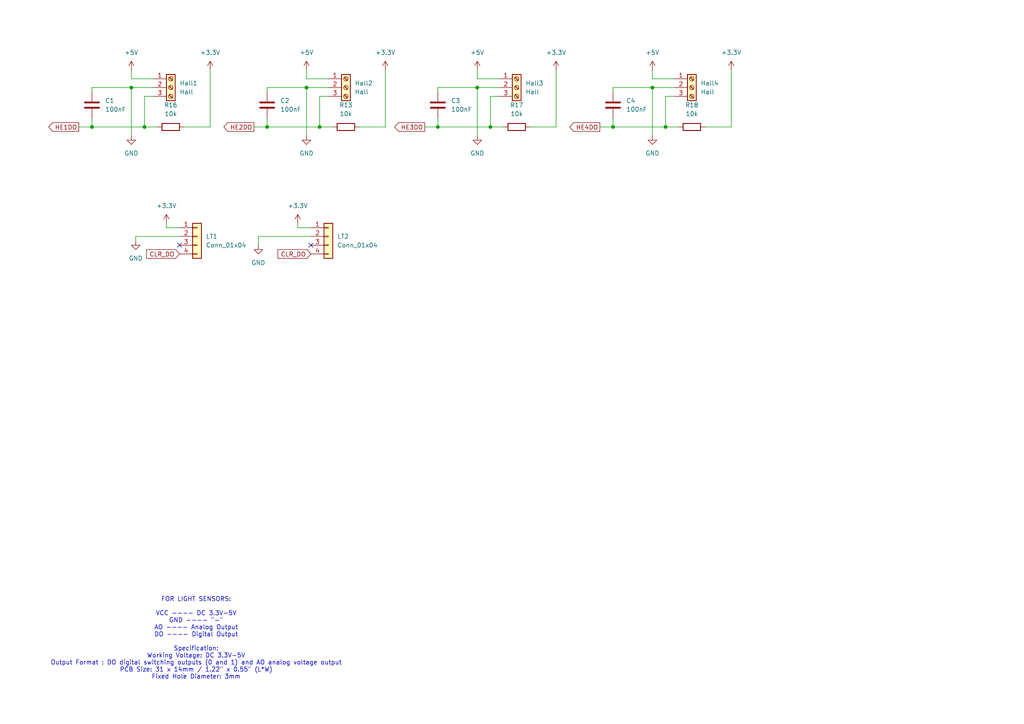
<source format=kicad_sch>
(kicad_sch (version 20231120) (generator "eeschema") (generator_version "8.0")
  (paper "A4")
  (lib_symbols
    (symbol "Conn_01x04_2" (pin_names (offset 1.016) hide)
      (property "Reference" "LGHT1" (at 2.54 0.0001 0))
      (property "Value" "Conn_01x04" (at 2.54 -2.5399 0))
      (symbol "Conn_01x04_2_1_1"
        (rectangle (start -1.27 -4.953) (end 0 -5.207) (stroke (width 0.1524)))
        (rectangle (start -1.27 -2.413) (end 0 -2.667) (stroke (width 0.1524)))
        (rectangle (start -1.27 0.127) (end 0 -0.127) (stroke (width 0.1524)))
        (rectangle (start -1.27 2.667) (end 0 2.413) (stroke (width 0.1524)))
        (rectangle (start -1.27 3.81) (end 1.27 -6.35) (stroke (width 0.254)) (fill (type background)))
        (pin input line (at -5.08 2.54 0) (length 3.81) (name "VCC") (number "1"))
        (pin input line (at -5.08 0 0) (length 3.81) (name "GND") (number "2"))
        (pin passive line (at -5.08 -2.54 0) (length 3.81) (name "AO") (number "3"))
        (pin passive line (at -5.08 -5.08 0) (length 3.81) (name "DO") (number "4"))
      )
    )
    (symbol "Connector:Screw_Terminal_01x03" (pin_names (offset 1.016) hide)
      (property "Reference" "J" (at 0 5.08 0))
      (property "Value" "Screw_Terminal_01x03" (at 0 -5.08 0))
      (symbol "Screw_Terminal_01x03_1_1"
        (rectangle (start -1.27 3.81) (end 1.27 -3.81) (stroke (width 0.254)) (fill (type background)))
        (circle (center 0 -2.54) (radius 0.635) (stroke (width 0.1524)))
        (polyline (pts (xy -0.5334 -2.2098) (xy 0.3302 -3.048)) (stroke (width 0.1524)))
        (polyline (pts (xy -0.5334 0.3302) (xy 0.3302 -0.508)) (stroke (width 0.1524)))
        (polyline (pts (xy -0.5334 2.8702) (xy 0.3302 2.032)) (stroke (width 0.1524)))
        (polyline (pts (xy -0.3556 -2.032) (xy 0.508 -2.8702)) (stroke (width 0.1524)))
        (polyline (pts (xy -0.3556 0.508) (xy 0.508 -0.3302)) (stroke (width 0.1524)))
        (polyline (pts (xy -0.3556 3.048) (xy 0.508 2.2098)) (stroke (width 0.1524)))
        (circle (center 0 0) (radius 0.635) (stroke (width 0.1524)))
        (circle (center 0 2.54) (radius 0.635) (stroke (width 0.1524)))
        (pin passive line (at -5.08 2.54 0) (length 3.81) (name "Pin_1") (number "1"))
        (pin passive line (at -5.08 0 0) (length 3.81) (name "Pin_2") (number "2"))
        (pin passive line (at -5.08 -2.54 0) (length 3.81) (name "Pin_3") (number "3"))
      )
    )
    (symbol "Device:C" (pin_numbers hide) (pin_names (offset 0.254))
      (property "Reference" "C" (at 0.635 2.54 0))
      (property "Value" "C" (at 0.635 -2.54 0))
      (symbol "C_0_1"
        (polyline (pts (xy -2.032 -0.762) (xy 2.032 -0.762)) (stroke (width 0.508)))
        (polyline (pts (xy -2.032 0.762) (xy 2.032 0.762)) (stroke (width 0.508)))
      )
      (symbol "C_1_1"
        (pin passive line (at 0 3.81 270) (length 2.794) (name "~") (number "1"))
        (pin passive line (at 0 -3.81 90) (length 2.794) (name "~") (number "2"))
      )
    )
    (symbol "Device:R" (pin_numbers hide) (pin_names (offset 0))
      (property "Reference" "R" (at 2.032 0 90))
      (property "Value" "R" (at 0 0 90))
      (symbol "R_0_1"
        (rectangle (start -1.016 -2.54) (end 1.016 2.54) (stroke (width 0.254)))
      )
      (symbol "R_1_1"
        (pin passive line (at 0 3.81 270) (length 1.27) (name "~") (number "1"))
        (pin passive line (at 0 -3.81 90) (length 1.27) (name "~") (number "2"))
      )
    )
    (symbol "power:+3.3V" (power) (pin_numbers hide) (pin_names (offset 0) hide)
      (property "Value" "+3.3V" (at 0 3.556 0))
      (symbol "+3.3V_0_1"
        (polyline (pts (xy -0.762 1.27) (xy 0 2.54)))
        (polyline (pts (xy 0 0) (xy 0 2.54)))
        (polyline (pts (xy 0 2.54) (xy 0.762 1.27)))
      )
      (symbol "+3.3V_1_1"
        (pin power_in line (at 0 0 90) (length 0) (name "~") (number "1"))
      )
    )
    (symbol "power:+5C" (power) (pin_numbers hide) (pin_names (offset 0) hide)
      (property "Value" "+5C" (at 0 3.556 0))
      (symbol "+5C_0_1"
        (polyline (pts (xy -0.762 1.27) (xy 0 2.54)))
        (polyline (pts (xy 0 0) (xy 0 2.54)))
        (polyline (pts (xy 0 2.54) (xy 0.762 1.27)))
      )
      (symbol "+5C_1_1"
        (pin power_in line (at 0 0 90) (length 0) (name "~") (number "1"))
      )
    )
    (symbol "power:GND" (power) (pin_numbers hide) (pin_names (offset 0) hide)
      (property "Value" "GND" (at 0 -3.81 0))
      (symbol "GND_0_1"
        (polyline (pts (xy 0 0) (xy 0 -1.27) (xy 1.27 -1.27) (xy 0 -2.54) (xy -1.27 -1.27) (xy 0 -1.27)))
      )
      (symbol "GND_1_1"
        (pin power_in line (at 0 0 270) (length 0) (name "~") (number "1"))
      )
    )
  )
  (junction (at 77.47 36.83))
  (junction (at 26.67 36.83))
  (junction (at 193.04 36.83))
  (junction (at 38.1 25.4))
  (junction (at 127 36.83))
  (junction (at 92.71 36.83))
  (junction (at 41.91 36.83))
  (junction (at 142.24 36.83))
  (junction (at 189.23 25.4))
  (junction (at 177.8 36.83))
  (junction (at 138.43 25.4))
  (junction (at 88.9 25.4))
  (no_connect (at 90.17 71.12))
  (no_connect (at 52.07 71.12))
  (wire (pts (xy 104.14 36.83) (xy 111.76 36.83)))
  (wire (pts (xy 161.29 36.83) (xy 161.29 20.32)))
  (wire (pts (xy 45.72 36.83) (xy 41.91 36.83)))
  (wire (pts (xy 142.24 27.94) (xy 142.24 36.83)))
  (wire (pts (xy 142.24 36.83) (xy 127 36.83)))
  (wire (pts (xy 111.76 36.83) (xy 111.76 20.32)))
  (wire (pts (xy 86.36 66.04) (xy 90.17 66.04)))
  (wire (pts (xy 96.52 36.83) (xy 92.71 36.83)))
  (wire (pts (xy 193.04 36.83) (xy 177.8 36.83)))
  (wire (pts (xy 195.58 27.94) (xy 193.04 27.94)))
  (wire (pts (xy 60.96 36.83) (xy 60.96 20.32)))
  (wire (pts (xy 86.36 64.77) (xy 86.36 66.04)))
  (wire (pts (xy 26.67 25.4) (xy 26.67 26.67)))
  (wire (pts (xy 44.45 25.4) (xy 38.1 25.4)))
  (wire (pts (xy 38.1 20.32) (xy 38.1 22.86)))
  (wire (pts (xy 77.47 25.4) (xy 77.47 26.67)))
  (wire (pts (xy 48.26 64.77) (xy 48.26 66.04)))
  (wire (pts (xy 146.05 36.83) (xy 142.24 36.83)))
  (wire (pts (xy 177.8 25.4) (xy 177.8 26.67)))
  (wire (pts (xy 52.07 68.58) (xy 39.37 68.58)))
  (wire (pts (xy 196.85 36.83) (xy 193.04 36.83)))
  (wire (pts (xy 92.71 27.94) (xy 92.71 36.83)))
  (wire (pts (xy 41.91 27.94) (xy 41.91 36.83)))
  (wire (pts (xy 138.43 25.4) (xy 127 25.4)))
  (wire (pts (xy 95.25 27.94) (xy 92.71 27.94)))
  (wire (pts (xy 95.25 25.4) (xy 88.9 25.4)))
  (wire (pts (xy 88.9 25.4) (xy 77.47 25.4)))
  (wire (pts (xy 144.78 27.94) (xy 142.24 27.94)))
  (wire (pts (xy 39.37 68.58) (xy 39.37 69.85)))
  (wire (pts (xy 38.1 22.86) (xy 44.45 22.86)))
  (wire (pts (xy 127 25.4) (xy 127 26.67)))
  (wire (pts (xy 44.45 27.94) (xy 41.91 27.94)))
  (wire (pts (xy 138.43 25.4) (xy 138.43 39.37)))
  (wire (pts (xy 38.1 25.4) (xy 26.67 25.4)))
  (wire (pts (xy 212.09 36.83) (xy 212.09 20.32)))
  (wire (pts (xy 138.43 20.32) (xy 138.43 22.86)))
  (wire (pts (xy 22.86 36.83) (xy 26.67 36.83)))
  (wire (pts (xy 138.43 22.86) (xy 144.78 22.86)))
  (wire (pts (xy 193.04 27.94) (xy 193.04 36.83)))
  (wire (pts (xy 195.58 25.4) (xy 189.23 25.4)))
  (wire (pts (xy 41.91 36.83) (xy 26.67 36.83)))
  (wire (pts (xy 189.23 25.4) (xy 177.8 25.4)))
  (wire (pts (xy 189.23 22.86) (xy 195.58 22.86)))
  (wire (pts (xy 92.71 36.83) (xy 77.47 36.83)))
  (wire (pts (xy 173.99 36.83) (xy 177.8 36.83)))
  (wire (pts (xy 26.67 34.29) (xy 26.67 36.83)))
  (wire (pts (xy 127 34.29) (xy 127 36.83)))
  (wire (pts (xy 48.26 66.04) (xy 52.07 66.04)))
  (wire (pts (xy 77.47 34.29) (xy 77.47 36.83)))
  (wire (pts (xy 189.23 25.4) (xy 189.23 39.37)))
  (wire (pts (xy 177.8 34.29) (xy 177.8 36.83)))
  (wire (pts (xy 73.66 36.83) (xy 77.47 36.83)))
  (wire (pts (xy 153.67 36.83) (xy 161.29 36.83)))
  (wire (pts (xy 90.17 68.58) (xy 74.93 68.58)))
  (wire (pts (xy 53.34 36.83) (xy 60.96 36.83)))
  (wire (pts (xy 88.9 22.86) (xy 95.25 22.86)))
  (wire (pts (xy 204.47 36.83) (xy 212.09 36.83)))
  (wire (pts (xy 189.23 20.32) (xy 189.23 22.86)))
  (wire (pts (xy 74.93 68.58) (xy 74.93 71.12)))
  (wire (pts (xy 123.19 36.83) (xy 127 36.83)))
  (wire (pts (xy 88.9 25.4) (xy 88.9 39.37)))
  (wire (pts (xy 88.9 20.32) (xy 88.9 22.86)))
  (wire (pts (xy 38.1 25.4) (xy 38.1 39.37)))
  (wire (pts (xy 144.78 25.4) (xy 138.43 25.4)))
  (text "SENSOR checklist:\nDONE\n\n" (at 24.384 -4.064 0) (effects (font (size 1.27 1.27))))
  (text "FOR LIGHT SENSORS:\n\nVCC ---- DC 3.3V-5V\nGND ---- \"-\"\nAO ---- Analog Output\nDO ---- Digital Output\n\nSpecification:\nWorking Voltage: DC 3.3V-5V\nOutput Format : DO digital switching outputs (0 and 1) and AO analog voltage output\nPCB Size: 31 x 14mm / 1.22\" x 0.55\" (L*W)\nFixed Hole Diameter: 3mm\n" (at 56.896 185.166 0) (effects (font (size 1.27 1.27))))
  (global_label "HE4DO" (shape output) (at 173.99 36.83 180) (property "Intersheetrefs" "${INTERSHEET_REFS}" (effects (hide yes))))
  (global_label "HE3DO" (shape output) (at 123.19 36.83 180) (property "Intersheetrefs" "${INTERSHEET_REFS}" (effects (hide yes))))
  (global_label "CLR_DO" (shape input) (at 90.17 73.66 180) (property "Intersheetrefs" "${INTERSHEET_REFS}" (effects (hide yes))))
  (global_label "CLR_DO" (shape input) (at 52.07 73.66 180) (property "Intersheetrefs" "${INTERSHEET_REFS}" (effects (hide yes))))
  (global_label "HE1DO" (shape output) (at 22.86 36.83 180) (property "Intersheetrefs" "${INTERSHEET_REFS}" (effects (hide yes))))
  (global_label "HE2DO" (shape output) (at 73.66 36.83 180) (property "Intersheetrefs" "${INTERSHEET_REFS}" (effects (hide yes))))
  (symbol (lib_id "power:+3.3V") (at 86.36 64.77 0) (unit 1)
    (property "Reference" "#PWR024" (effects (hide yes)))
    (property "Value" "+3.3V" (at 86.36 59.69 0))
    (property "Description" "Power symbol creates a global label with name \"+3.3V\"" (effects (hide yes)))
  )
  (symbol (lib_id "Device:C") (at 26.67 30.48 0) (unit 1)
    (property "Reference" "C1" (at 30.48 29.2099 0) (effects (justify left)))
    (property "Value" "100nF" (at 30.48 31.7499 0) (effects (justify left)))
    (property "Footprint" "Capacitor_SMD:C_0201_0603Metric" (effects (hide yes)))
    (property "Description" "Unpolarized capacitor" (effects (hide yes)))
  )
  (symbol (lib_id "Connector:Screw_Terminal_01x03") (at 49.53 25.4 0) (unit 1)
    (property "Reference" "Hall1" (at 52.07 24.1299 0) (effects (justify left)))
    (property "Value" "Hall" (at 52.07 26.6699 0) (effects (justify left)))
    (property "Footprint" "TerminalBlock:TerminalBlock_Xinya_XY308-2.54-3P_1x03_P2.54mm_Horizontal" (effects (hide yes)))
    (property "Description" "Generic screw terminal, single row, 01x03, script generated (kicad-library-utils/schlib/autogen/connector/)" (effects (hide yes)))
  )
  (symbol (lib_id "power:+3.3V") (at 48.26 64.77 0) (unit 1)
    (property "Reference" "#PWR023" (effects (hide yes)))
    (property "Value" "+3.3V" (at 48.26 59.69 0))
    (property "Description" "Power symbol creates a global label with name \"+3.3V\"" (effects (hide yes)))
  )
  (symbol (lib_id "power:+3.3V") (at 111.76 20.32 0) (unit 1)
    (property "Reference" "#PWR016" (effects (hide yes)))
    (property "Value" "+3.3V" (at 111.76 15.24 0))
    (property "Description" "Power symbol creates a global label with name \"+3.3V\"" (effects (hide yes)))
  )
  (symbol (lib_id "power:GND") (at 189.23 39.37 0) (unit 1)
    (property "Reference" "#PWR021" (effects (hide yes)))
    (property "Value" "GND" (at 189.23 44.45 0))
    (property "Description" "Power symbol creates a global label with name \"GND\" , ground" (effects (hide yes)))
  )
  (symbol (lib_id "power:+3.3V") (at 212.09 20.32 0) (unit 1)
    (property "Reference" "#PWR022" (effects (hide yes)))
    (property "Value" "+3.3V" (at 212.09 15.24 0))
    (property "Description" "Power symbol creates a global label with name \"+3.3V\"" (effects (hide yes)))
  )
  (symbol (lib_id "power:GND") (at 88.9 39.37 0) (unit 1)
    (property "Reference" "#PWR015" (effects (hide yes)))
    (property "Value" "GND" (at 88.9 44.45 0))
    (property "Description" "Power symbol creates a global label with name \"GND\" , ground" (effects (hide yes)))
  )
  (symbol (lib_id "power:+5C") (at 189.23 20.32 0) (unit 1)
    (property "Reference" "#PWR020" (effects (hide yes)))
    (property "Value" "+5V" (at 189.23 15.24 0))
    (property "Description" "Power symbol creates a global label with name \"+5C\"" (effects (hide yes)))
  )
  (symbol (lib_id "power:+3.3V") (at 161.29 20.32 0) (unit 1)
    (property "Reference" "#PWR019" (effects (hide yes)))
    (property "Value" "+3.3V" (at 161.29 15.24 0))
    (property "Description" "Power symbol creates a global label with name \"+3.3V\"" (effects (hide yes)))
  )
  (symbol (lib_id "Device:C") (at 77.47 30.48 0) (unit 1)
    (property "Reference" "C2" (at 81.28 29.2099 0) (effects (justify left)))
    (property "Value" "100nF" (at 81.28 31.7499 0) (effects (justify left)))
    (property "Footprint" "Capacitor_SMD:C_0201_0603Metric" (effects (hide yes)))
    (property "Description" "Unpolarized capacitor" (effects (hide yes)))
  )
  (symbol (lib_id "Device:R") (at 49.53 36.83 90) (unit 1)
    (property "Reference" "R16" (at 49.53 30.48 90))
    (property "Value" "10k" (at 49.53 33.02 90))
    (property "Footprint" "Resistor_SMD:R_0201_0603Metric" (effects (hide yes)))
    (property "Description" "Resistor" (effects (hide yes)))
  )
  (symbol (lib_id "power:GND") (at 138.43 39.37 0) (unit 1)
    (property "Reference" "#PWR018" (effects (hide yes)))
    (property "Value" "GND" (at 138.43 44.45 0))
    (property "Description" "Power symbol creates a global label with name \"GND\" , ground" (effects (hide yes)))
  )
  (symbol (lib_id "Device:C") (at 127 30.48 0) (unit 1)
    (property "Reference" "C3" (at 130.81 29.2099 0) (effects (justify left)))
    (property "Value" "100nF" (at 130.81 31.7499 0) (effects (justify left)))
    (property "Footprint" "Capacitor_SMD:C_0201_0603Metric" (effects (hide yes)))
    (property "Description" "Unpolarized capacitor" (effects (hide yes)))
  )
  (symbol (lib_name "Conn_01x04_2") (lib_id "Connector_Generic:Conn_01x04") (at 57.15 68.58 0) (unit 1)
    (property "Reference" "LT1" (at 59.69 68.5799 0) (effects (justify left)))
    (property "Value" "Conn_01x04" (at 59.69 71.1199 0) (effects (justify left)))
    (property "Footprint" "Connector_PinHeader_1.00mm:PinHeader_1x04_P1.00mm_Vertical" (effects (hide yes)))
    (property "Description" "Generic connector, single row, 01x04, script generated (kicad-library-utils/schlib/autogen/connector/)" (effects (hide yes)))
  )
  (symbol (lib_id "Device:R") (at 200.66 36.83 90) (unit 1)
    (property "Reference" "R18" (at 200.66 30.48 90))
    (property "Value" "10k" (at 200.66 33.02 90))
    (property "Footprint" "Resistor_SMD:R_0201_0603Metric" (effects (hide yes)))
    (property "Description" "Resistor" (effects (hide yes)))
  )
  (symbol (lib_id "power:+3.3V") (at 60.96 20.32 0) (unit 1)
    (property "Reference" "#PWR051" (effects (hide yes)))
    (property "Value" "+3.3V" (at 60.96 15.24 0))
    (property "Description" "Power symbol creates a global label with name \"+3.3V\"" (effects (hide yes)))
  )
  (symbol (lib_id "Device:C") (at 177.8 30.48 0) (unit 1)
    (property "Reference" "C4" (at 181.61 29.2099 0) (effects (justify left)))
    (property "Value" "100nF" (at 181.61 31.7499 0) (effects (justify left)))
    (property "Footprint" "Capacitor_SMD:C_0201_0603Metric" (effects (hide yes)))
    (property "Description" "Unpolarized capacitor" (effects (hide yes)))
  )
  (symbol (lib_id "Connector:Screw_Terminal_01x03") (at 100.33 25.4 0) (unit 1)
    (property "Reference" "Hall2" (at 102.87 24.1299 0) (effects (justify left)))
    (property "Value" "Hall" (at 102.87 26.6699 0) (effects (justify left)))
    (property "Footprint" "TerminalBlock:TerminalBlock_Xinya_XY308-2.54-3P_1x03_P2.54mm_Horizontal" (effects (hide yes)))
    (property "Description" "Generic screw terminal, single row, 01x03, script generated (kicad-library-utils/schlib/autogen/connector/)" (effects (hide yes)))
  )
  (symbol (lib_name "Conn_01x04_2") (lib_id "Connector_Generic:Conn_01x04") (at 95.25 68.58 0) (unit 1)
    (property "Reference" "LT2" (at 97.79 68.5799 0) (effects (justify left)))
    (property "Value" "Conn_01x04" (at 97.79 71.1199 0) (effects (justify left)))
    (property "Footprint" "Connector_PinHeader_1.00mm:PinHeader_1x04_P1.00mm_Vertical" (effects (hide yes)))
    (property "Description" "Generic connector, single row, 01x04, script generated (kicad-library-utils/schlib/autogen/connector/)" (effects (hide yes)))
  )
  (symbol (lib_id "power:GND") (at 74.93 71.12 0) (unit 1)
    (property "Reference" "#PWR060" (effects (hide yes)))
    (property "Value" "GND" (at 74.93 76.2 0))
    (property "Description" "Power symbol creates a global label with name \"GND\" , ground" (effects (hide yes)))
  )
  (symbol (lib_id "Device:R") (at 149.86 36.83 90) (unit 1)
    (property "Reference" "R17" (at 149.86 30.48 90))
    (property "Value" "10k" (at 149.86 33.02 90))
    (property "Footprint" "Resistor_SMD:R_0201_0603Metric" (effects (hide yes)))
    (property "Description" "Resistor" (effects (hide yes)))
  )
  (symbol (lib_id "power:+5C") (at 88.9 20.32 0) (unit 1)
    (property "Reference" "#PWR014" (effects (hide yes)))
    (property "Value" "+5V" (at 88.9 15.24 0))
    (property "Description" "Power symbol creates a global label with name \"+5C\"" (effects (hide yes)))
  )
  (symbol (lib_id "power:GND") (at 38.1 39.37 0) (unit 1)
    (property "Reference" "#PWR050" (effects (hide yes)))
    (property "Value" "GND" (at 38.1 44.45 0))
    (property "Description" "Power symbol creates a global label with name \"GND\" , ground" (effects (hide yes)))
  )
  (symbol (lib_id "power:GND") (at 39.37 69.85 0) (unit 1)
    (property "Reference" "#PWR059" (effects (hide yes)))
    (property "Value" "GND" (at 39.37 74.93 0))
    (property "Description" "Power symbol creates a global label with name \"GND\" , ground" (effects (hide yes)))
  )
  (symbol (lib_id "Device:R") (at 100.33 36.83 90) (unit 1)
    (property "Reference" "R13" (at 100.33 30.48 90))
    (property "Value" "10k" (at 100.33 33.02 90))
    (property "Footprint" "Resistor_SMD:R_0201_0603Metric" (effects (hide yes)))
    (property "Description" "Resistor" (effects (hide yes)))
  )
  (symbol (lib_id "power:+5C") (at 38.1 20.32 0) (unit 1)
    (property "Reference" "#PWR049" (effects (hide yes)))
    (property "Value" "+5V" (at 38.1 15.24 0))
    (property "Description" "Power symbol creates a global label with name \"+5C\"" (effects (hide yes)))
  )
  (symbol (lib_id "power:+5C") (at 138.43 20.32 0) (unit 1)
    (property "Reference" "#PWR017" (effects (hide yes)))
    (property "Value" "+5V" (at 138.43 15.24 0))
    (property "Description" "Power symbol creates a global label with name \"+5C\"" (effects (hide yes)))
  )
  (symbol (lib_id "Connector:Screw_Terminal_01x03") (at 149.86 25.4 0) (unit 1)
    (property "Reference" "Hall3" (at 152.4 24.1299 0) (effects (justify left)))
    (property "Value" "Hall" (at 152.4 26.6699 0) (effects (justify left)))
    (property "Footprint" "TerminalBlock:TerminalBlock_Xinya_XY308-2.54-3P_1x03_P2.54mm_Horizontal" (effects (hide yes)))
    (property "Description" "Generic screw terminal, single row, 01x03, script generated (kicad-library-utils/schlib/autogen/connector/)" (effects (hide yes)))
  )
  (symbol (lib_id "Connector:Screw_Terminal_01x03") (at 200.66 25.4 0) (unit 1)
    (property "Reference" "Hall4" (at 203.2 24.1299 0) (effects (justify left)))
    (property "Value" "Hall" (at 203.2 26.6699 0) (effects (justify left)))
    (property "Footprint" "TerminalBlock:TerminalBlock_Xinya_XY308-2.54-3P_1x03_P2.54mm_Horizontal" (effects (hide yes)))
    (property "Description" "Generic screw terminal, single row, 01x03, script generated (kicad-library-utils/schlib/autogen/connector/)" (effects (hide yes)))
  )
)
</source>
